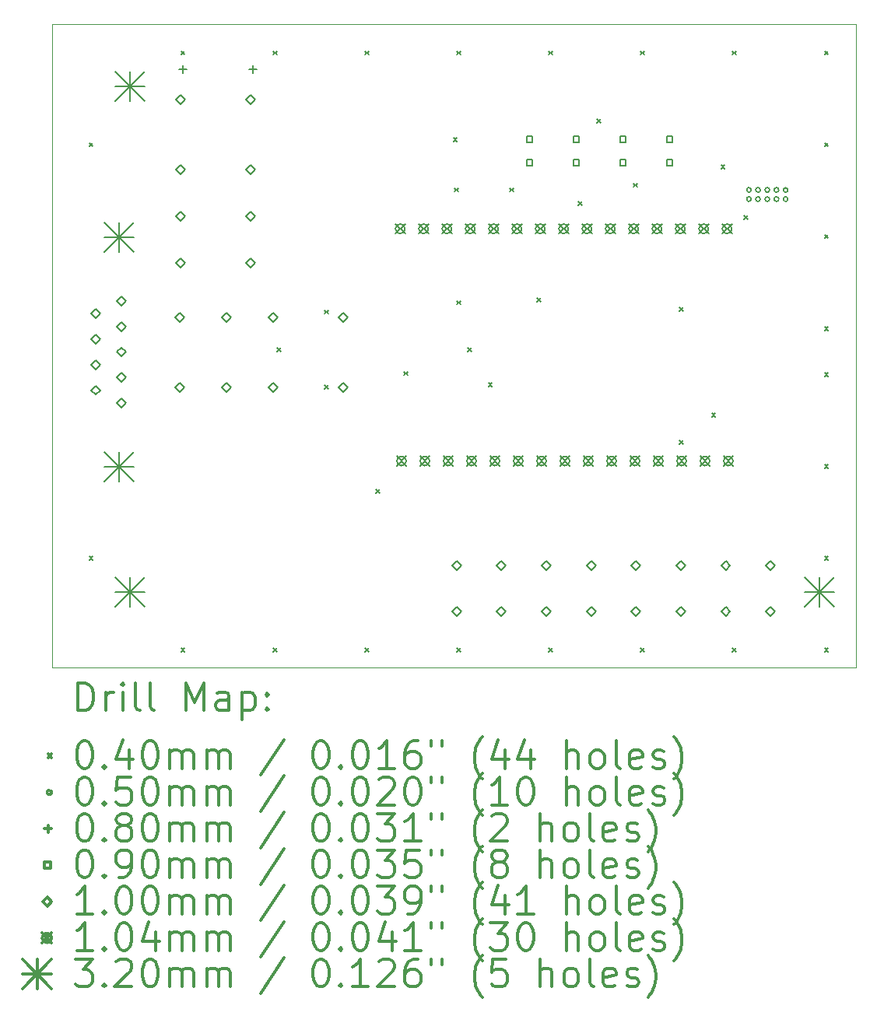
<source format=gbr>
%FSLAX45Y45*%
G04 Gerber Fmt 4.5, Leading zero omitted, Abs format (unit mm)*
G04 Created by KiCad (PCBNEW (5.1.8)-1) date 2020-11-24 12:39:23*
%MOMM*%
%LPD*%
G01*
G04 APERTURE LIST*
%TA.AperFunction,Profile*%
%ADD10C,0.050000*%
%TD*%
%ADD11C,0.200000*%
%ADD12C,0.300000*%
G04 APERTURE END LIST*
D10*
X3904000Y-5835000D02*
X3904000Y-12835000D01*
X12654000Y-5835000D02*
X3904000Y-5835000D01*
X12654000Y-12835000D02*
X12654000Y-5835000D01*
X3904000Y-12835000D02*
X12654000Y-12835000D01*
D11*
X4310000Y-7125000D02*
X4350000Y-7165000D01*
X4350000Y-7125000D02*
X4310000Y-7165000D01*
X4310000Y-11625000D02*
X4350000Y-11665000D01*
X4350000Y-11625000D02*
X4310000Y-11665000D01*
X5310000Y-6125000D02*
X5350000Y-6165000D01*
X5350000Y-6125000D02*
X5310000Y-6165000D01*
X5310000Y-12625000D02*
X5350000Y-12665000D01*
X5350000Y-12625000D02*
X5310000Y-12665000D01*
X6310000Y-6125000D02*
X6350000Y-6165000D01*
X6350000Y-6125000D02*
X6310000Y-6165000D01*
X6310000Y-12625000D02*
X6350000Y-12665000D01*
X6350000Y-12625000D02*
X6310000Y-12665000D01*
X6357000Y-9354000D02*
X6397000Y-9394000D01*
X6397000Y-9354000D02*
X6357000Y-9394000D01*
X6870000Y-8945000D02*
X6910000Y-8985000D01*
X6910000Y-8945000D02*
X6870000Y-8985000D01*
X6872000Y-9765000D02*
X6912000Y-9805000D01*
X6912000Y-9765000D02*
X6872000Y-9805000D01*
X7310000Y-6125000D02*
X7350000Y-6165000D01*
X7350000Y-6125000D02*
X7310000Y-6165000D01*
X7310000Y-12625000D02*
X7350000Y-12665000D01*
X7350000Y-12625000D02*
X7310000Y-12665000D01*
X7430000Y-10897000D02*
X7470000Y-10937000D01*
X7470000Y-10897000D02*
X7430000Y-10937000D01*
X7734000Y-9615000D02*
X7774000Y-9655000D01*
X7774000Y-9615000D02*
X7734000Y-9655000D01*
X8272000Y-7072000D02*
X8312000Y-7112000D01*
X8312000Y-7072000D02*
X8272000Y-7112000D01*
X8284000Y-7615000D02*
X8324000Y-7655000D01*
X8324000Y-7615000D02*
X8284000Y-7655000D01*
X8310000Y-6125000D02*
X8350000Y-6165000D01*
X8350000Y-6125000D02*
X8310000Y-6165000D01*
X8310000Y-12625000D02*
X8350000Y-12665000D01*
X8350000Y-12625000D02*
X8310000Y-12665000D01*
X8311000Y-8843000D02*
X8351000Y-8883000D01*
X8351000Y-8843000D02*
X8311000Y-8883000D01*
X8430000Y-9353000D02*
X8470000Y-9393000D01*
X8470000Y-9353000D02*
X8430000Y-9393000D01*
X8653000Y-9739000D02*
X8693000Y-9779000D01*
X8693000Y-9739000D02*
X8653000Y-9779000D01*
X8884000Y-7615000D02*
X8924000Y-7655000D01*
X8924000Y-7615000D02*
X8884000Y-7655000D01*
X9184000Y-8815000D02*
X9224000Y-8855000D01*
X9224000Y-8815000D02*
X9184000Y-8855000D01*
X9310000Y-6125000D02*
X9350000Y-6165000D01*
X9350000Y-6125000D02*
X9310000Y-6165000D01*
X9310000Y-12625000D02*
X9350000Y-12665000D01*
X9350000Y-12625000D02*
X9310000Y-12665000D01*
X9634000Y-7765000D02*
X9674000Y-7805000D01*
X9674000Y-7765000D02*
X9634000Y-7805000D01*
X9834000Y-6865000D02*
X9874000Y-6905000D01*
X9874000Y-6865000D02*
X9834000Y-6905000D01*
X10234000Y-7565000D02*
X10274000Y-7605000D01*
X10274000Y-7565000D02*
X10234000Y-7605000D01*
X10310000Y-6125000D02*
X10350000Y-6165000D01*
X10350000Y-6125000D02*
X10310000Y-6165000D01*
X10310000Y-12625000D02*
X10350000Y-12665000D01*
X10350000Y-12625000D02*
X10310000Y-12665000D01*
X10734000Y-8915000D02*
X10774000Y-8955000D01*
X10774000Y-8915000D02*
X10734000Y-8955000D01*
X10734000Y-10365000D02*
X10774000Y-10405000D01*
X10774000Y-10365000D02*
X10734000Y-10405000D01*
X11084000Y-10065000D02*
X11124000Y-10105000D01*
X11124000Y-10065000D02*
X11084000Y-10105000D01*
X11184000Y-7365000D02*
X11224000Y-7405000D01*
X11224000Y-7365000D02*
X11184000Y-7405000D01*
X11310000Y-6125000D02*
X11350000Y-6165000D01*
X11350000Y-6125000D02*
X11310000Y-6165000D01*
X11310000Y-12625000D02*
X11350000Y-12665000D01*
X11350000Y-12625000D02*
X11310000Y-12665000D01*
X11434000Y-7915000D02*
X11474000Y-7955000D01*
X11474000Y-7915000D02*
X11434000Y-7955000D01*
X12310000Y-6125000D02*
X12350000Y-6165000D01*
X12350000Y-6125000D02*
X12310000Y-6165000D01*
X12310000Y-7125000D02*
X12350000Y-7165000D01*
X12350000Y-7125000D02*
X12310000Y-7165000D01*
X12310000Y-8125000D02*
X12350000Y-8165000D01*
X12350000Y-8125000D02*
X12310000Y-8165000D01*
X12310000Y-9125000D02*
X12350000Y-9165000D01*
X12350000Y-9125000D02*
X12310000Y-9165000D01*
X12310000Y-9625000D02*
X12350000Y-9665000D01*
X12350000Y-9625000D02*
X12310000Y-9665000D01*
X12310000Y-10625000D02*
X12350000Y-10665000D01*
X12350000Y-10625000D02*
X12310000Y-10665000D01*
X12310000Y-11625000D02*
X12350000Y-11665000D01*
X12350000Y-11625000D02*
X12310000Y-11665000D01*
X12310000Y-12625000D02*
X12350000Y-12665000D01*
X12350000Y-12625000D02*
X12310000Y-12665000D01*
X11512000Y-7637000D02*
G75*
G03*
X11512000Y-7637000I-25000J0D01*
G01*
X11512000Y-7737000D02*
G75*
G03*
X11512000Y-7737000I-25000J0D01*
G01*
X11612000Y-7637000D02*
G75*
G03*
X11612000Y-7637000I-25000J0D01*
G01*
X11612000Y-7737000D02*
G75*
G03*
X11612000Y-7737000I-25000J0D01*
G01*
X11712000Y-7637000D02*
G75*
G03*
X11712000Y-7637000I-25000J0D01*
G01*
X11712000Y-7737000D02*
G75*
G03*
X11712000Y-7737000I-25000J0D01*
G01*
X11812000Y-7637000D02*
G75*
G03*
X11812000Y-7637000I-25000J0D01*
G01*
X11812000Y-7737000D02*
G75*
G03*
X11812000Y-7737000I-25000J0D01*
G01*
X11912000Y-7637000D02*
G75*
G03*
X11912000Y-7637000I-25000J0D01*
G01*
X11912000Y-7737000D02*
G75*
G03*
X11912000Y-7737000I-25000J0D01*
G01*
X5329000Y-6285000D02*
X5329000Y-6365000D01*
X5289000Y-6325000D02*
X5369000Y-6325000D01*
X6091000Y-6285000D02*
X6091000Y-6365000D01*
X6051000Y-6325000D02*
X6131000Y-6325000D01*
X9639820Y-7117820D02*
X9639820Y-7054180D01*
X9576180Y-7054180D01*
X9576180Y-7117820D01*
X9639820Y-7117820D01*
X9639820Y-7371820D02*
X9639820Y-7308180D01*
X9576180Y-7308180D01*
X9576180Y-7371820D01*
X9639820Y-7371820D01*
X9131820Y-7117820D02*
X9131820Y-7054180D01*
X9068180Y-7054180D01*
X9068180Y-7117820D01*
X9131820Y-7117820D01*
X9131820Y-7371820D02*
X9131820Y-7308180D01*
X9068180Y-7308180D01*
X9068180Y-7371820D01*
X9131820Y-7371820D01*
X10655820Y-7117820D02*
X10655820Y-7054180D01*
X10592180Y-7054180D01*
X10592180Y-7117820D01*
X10655820Y-7117820D01*
X10655820Y-7371820D02*
X10655820Y-7308180D01*
X10592180Y-7308180D01*
X10592180Y-7371820D01*
X10655820Y-7371820D01*
X10147820Y-7117820D02*
X10147820Y-7054180D01*
X10084180Y-7054180D01*
X10084180Y-7117820D01*
X10147820Y-7117820D01*
X10147820Y-7371820D02*
X10147820Y-7308180D01*
X10084180Y-7308180D01*
X10084180Y-7371820D01*
X10147820Y-7371820D01*
X4379000Y-9035500D02*
X4429000Y-8985500D01*
X4379000Y-8935500D01*
X4329000Y-8985500D01*
X4379000Y-9035500D01*
X4379000Y-9312500D02*
X4429000Y-9262500D01*
X4379000Y-9212500D01*
X4329000Y-9262500D01*
X4379000Y-9312500D01*
X4379000Y-9589500D02*
X4429000Y-9539500D01*
X4379000Y-9489500D01*
X4329000Y-9539500D01*
X4379000Y-9589500D01*
X4379000Y-9866500D02*
X4429000Y-9816500D01*
X4379000Y-9766500D01*
X4329000Y-9816500D01*
X4379000Y-9866500D01*
X4663000Y-8897000D02*
X4713000Y-8847000D01*
X4663000Y-8797000D01*
X4613000Y-8847000D01*
X4663000Y-8897000D01*
X4663000Y-9174000D02*
X4713000Y-9124000D01*
X4663000Y-9074000D01*
X4613000Y-9124000D01*
X4663000Y-9174000D01*
X4663000Y-9451000D02*
X4713000Y-9401000D01*
X4663000Y-9351000D01*
X4613000Y-9401000D01*
X4663000Y-9451000D01*
X4663000Y-9728000D02*
X4713000Y-9678000D01*
X4663000Y-9628000D01*
X4613000Y-9678000D01*
X4663000Y-9728000D01*
X4663000Y-10005000D02*
X4713000Y-9955000D01*
X4663000Y-9905000D01*
X4613000Y-9955000D01*
X4663000Y-10005000D01*
X5296000Y-9073000D02*
X5346000Y-9023000D01*
X5296000Y-8973000D01*
X5246000Y-9023000D01*
X5296000Y-9073000D01*
X5296000Y-9835000D02*
X5346000Y-9785000D01*
X5296000Y-9735000D01*
X5246000Y-9785000D01*
X5296000Y-9835000D01*
X5804000Y-9073000D02*
X5854000Y-9023000D01*
X5804000Y-8973000D01*
X5754000Y-9023000D01*
X5804000Y-9073000D01*
X5804000Y-9835000D02*
X5854000Y-9785000D01*
X5804000Y-9735000D01*
X5754000Y-9785000D01*
X5804000Y-9835000D01*
X6312000Y-9073000D02*
X6362000Y-9023000D01*
X6312000Y-8973000D01*
X6262000Y-9023000D01*
X6312000Y-9073000D01*
X6312000Y-9835000D02*
X6362000Y-9785000D01*
X6312000Y-9735000D01*
X6262000Y-9785000D01*
X6312000Y-9835000D01*
X7074000Y-9073000D02*
X7124000Y-9023000D01*
X7074000Y-8973000D01*
X7024000Y-9023000D01*
X7074000Y-9073000D01*
X7074000Y-9835000D02*
X7124000Y-9785000D01*
X7074000Y-9735000D01*
X7024000Y-9785000D01*
X7074000Y-9835000D01*
X8307000Y-11772000D02*
X8357000Y-11722000D01*
X8307000Y-11672000D01*
X8257000Y-11722000D01*
X8307000Y-11772000D01*
X8307000Y-12272000D02*
X8357000Y-12222000D01*
X8307000Y-12172000D01*
X8257000Y-12222000D01*
X8307000Y-12272000D01*
X8795000Y-11772000D02*
X8845000Y-11722000D01*
X8795000Y-11672000D01*
X8745000Y-11722000D01*
X8795000Y-11772000D01*
X8795000Y-12272000D02*
X8845000Y-12222000D01*
X8795000Y-12172000D01*
X8745000Y-12222000D01*
X8795000Y-12272000D01*
X9283000Y-11772000D02*
X9333000Y-11722000D01*
X9283000Y-11672000D01*
X9233000Y-11722000D01*
X9283000Y-11772000D01*
X9283000Y-12272000D02*
X9333000Y-12222000D01*
X9283000Y-12172000D01*
X9233000Y-12222000D01*
X9283000Y-12272000D01*
X9771000Y-11772000D02*
X9821000Y-11722000D01*
X9771000Y-11672000D01*
X9721000Y-11722000D01*
X9771000Y-11772000D01*
X9771000Y-12272000D02*
X9821000Y-12222000D01*
X9771000Y-12172000D01*
X9721000Y-12222000D01*
X9771000Y-12272000D01*
X10259000Y-11772000D02*
X10309000Y-11722000D01*
X10259000Y-11672000D01*
X10209000Y-11722000D01*
X10259000Y-11772000D01*
X10259000Y-12272000D02*
X10309000Y-12222000D01*
X10259000Y-12172000D01*
X10209000Y-12222000D01*
X10259000Y-12272000D01*
X10747000Y-11772000D02*
X10797000Y-11722000D01*
X10747000Y-11672000D01*
X10697000Y-11722000D01*
X10747000Y-11772000D01*
X10747000Y-12272000D02*
X10797000Y-12222000D01*
X10747000Y-12172000D01*
X10697000Y-12222000D01*
X10747000Y-12272000D01*
X11235000Y-11772000D02*
X11285000Y-11722000D01*
X11235000Y-11672000D01*
X11185000Y-11722000D01*
X11235000Y-11772000D01*
X11235000Y-12272000D02*
X11285000Y-12222000D01*
X11235000Y-12172000D01*
X11185000Y-12222000D01*
X11235000Y-12272000D01*
X11723000Y-11772000D02*
X11773000Y-11722000D01*
X11723000Y-11672000D01*
X11673000Y-11722000D01*
X11723000Y-11772000D01*
X11723000Y-12272000D02*
X11773000Y-12222000D01*
X11723000Y-12172000D01*
X11673000Y-12222000D01*
X11723000Y-12272000D01*
X5303000Y-6703000D02*
X5353000Y-6653000D01*
X5303000Y-6603000D01*
X5253000Y-6653000D01*
X5303000Y-6703000D01*
X5303000Y-7465000D02*
X5353000Y-7415000D01*
X5303000Y-7365000D01*
X5253000Y-7415000D01*
X5303000Y-7465000D01*
X5303000Y-7973000D02*
X5353000Y-7923000D01*
X5303000Y-7873000D01*
X5253000Y-7923000D01*
X5303000Y-7973000D01*
X5303000Y-8481000D02*
X5353000Y-8431000D01*
X5303000Y-8381000D01*
X5253000Y-8431000D01*
X5303000Y-8481000D01*
X6065000Y-6703000D02*
X6115000Y-6653000D01*
X6065000Y-6603000D01*
X6015000Y-6653000D01*
X6065000Y-6703000D01*
X6065000Y-7465000D02*
X6115000Y-7415000D01*
X6065000Y-7365000D01*
X6015000Y-7415000D01*
X6065000Y-7465000D01*
X6065000Y-7973000D02*
X6115000Y-7923000D01*
X6065000Y-7873000D01*
X6015000Y-7923000D01*
X6065000Y-7973000D01*
X6065000Y-8481000D02*
X6115000Y-8431000D01*
X6065000Y-8381000D01*
X6015000Y-8431000D01*
X6065000Y-8481000D01*
X7642300Y-8007700D02*
X7746300Y-8111700D01*
X7746300Y-8007700D02*
X7642300Y-8111700D01*
X7746300Y-8059700D02*
G75*
G03*
X7746300Y-8059700I-52000J0D01*
G01*
X7655000Y-10535000D02*
X7759000Y-10639000D01*
X7759000Y-10535000D02*
X7655000Y-10639000D01*
X7759000Y-10587000D02*
G75*
G03*
X7759000Y-10587000I-52000J0D01*
G01*
X7896300Y-8007700D02*
X8000300Y-8111700D01*
X8000300Y-8007700D02*
X7896300Y-8111700D01*
X8000300Y-8059700D02*
G75*
G03*
X8000300Y-8059700I-52000J0D01*
G01*
X7909000Y-10535000D02*
X8013000Y-10639000D01*
X8013000Y-10535000D02*
X7909000Y-10639000D01*
X8013000Y-10587000D02*
G75*
G03*
X8013000Y-10587000I-52000J0D01*
G01*
X8150300Y-8007700D02*
X8254300Y-8111700D01*
X8254300Y-8007700D02*
X8150300Y-8111700D01*
X8254300Y-8059700D02*
G75*
G03*
X8254300Y-8059700I-52000J0D01*
G01*
X8163000Y-10535000D02*
X8267000Y-10639000D01*
X8267000Y-10535000D02*
X8163000Y-10639000D01*
X8267000Y-10587000D02*
G75*
G03*
X8267000Y-10587000I-52000J0D01*
G01*
X8404300Y-8007700D02*
X8508300Y-8111700D01*
X8508300Y-8007700D02*
X8404300Y-8111700D01*
X8508300Y-8059700D02*
G75*
G03*
X8508300Y-8059700I-52000J0D01*
G01*
X8417000Y-10535000D02*
X8521000Y-10639000D01*
X8521000Y-10535000D02*
X8417000Y-10639000D01*
X8521000Y-10587000D02*
G75*
G03*
X8521000Y-10587000I-52000J0D01*
G01*
X8658300Y-8007700D02*
X8762300Y-8111700D01*
X8762300Y-8007700D02*
X8658300Y-8111700D01*
X8762300Y-8059700D02*
G75*
G03*
X8762300Y-8059700I-52000J0D01*
G01*
X8671000Y-10535000D02*
X8775000Y-10639000D01*
X8775000Y-10535000D02*
X8671000Y-10639000D01*
X8775000Y-10587000D02*
G75*
G03*
X8775000Y-10587000I-52000J0D01*
G01*
X8912300Y-8007700D02*
X9016300Y-8111700D01*
X9016300Y-8007700D02*
X8912300Y-8111700D01*
X9016300Y-8059700D02*
G75*
G03*
X9016300Y-8059700I-52000J0D01*
G01*
X8925000Y-10535000D02*
X9029000Y-10639000D01*
X9029000Y-10535000D02*
X8925000Y-10639000D01*
X9029000Y-10587000D02*
G75*
G03*
X9029000Y-10587000I-52000J0D01*
G01*
X9166300Y-8007700D02*
X9270300Y-8111700D01*
X9270300Y-8007700D02*
X9166300Y-8111700D01*
X9270300Y-8059700D02*
G75*
G03*
X9270300Y-8059700I-52000J0D01*
G01*
X9179000Y-10535000D02*
X9283000Y-10639000D01*
X9283000Y-10535000D02*
X9179000Y-10639000D01*
X9283000Y-10587000D02*
G75*
G03*
X9283000Y-10587000I-52000J0D01*
G01*
X9420300Y-8007700D02*
X9524300Y-8111700D01*
X9524300Y-8007700D02*
X9420300Y-8111700D01*
X9524300Y-8059700D02*
G75*
G03*
X9524300Y-8059700I-52000J0D01*
G01*
X9433000Y-10535000D02*
X9537000Y-10639000D01*
X9537000Y-10535000D02*
X9433000Y-10639000D01*
X9537000Y-10587000D02*
G75*
G03*
X9537000Y-10587000I-52000J0D01*
G01*
X9674300Y-8007700D02*
X9778300Y-8111700D01*
X9778300Y-8007700D02*
X9674300Y-8111700D01*
X9778300Y-8059700D02*
G75*
G03*
X9778300Y-8059700I-52000J0D01*
G01*
X9687000Y-10535000D02*
X9791000Y-10639000D01*
X9791000Y-10535000D02*
X9687000Y-10639000D01*
X9791000Y-10587000D02*
G75*
G03*
X9791000Y-10587000I-52000J0D01*
G01*
X9928300Y-8007700D02*
X10032300Y-8111700D01*
X10032300Y-8007700D02*
X9928300Y-8111700D01*
X10032300Y-8059700D02*
G75*
G03*
X10032300Y-8059700I-52000J0D01*
G01*
X9941000Y-10535000D02*
X10045000Y-10639000D01*
X10045000Y-10535000D02*
X9941000Y-10639000D01*
X10045000Y-10587000D02*
G75*
G03*
X10045000Y-10587000I-52000J0D01*
G01*
X10182300Y-8007700D02*
X10286300Y-8111700D01*
X10286300Y-8007700D02*
X10182300Y-8111700D01*
X10286300Y-8059700D02*
G75*
G03*
X10286300Y-8059700I-52000J0D01*
G01*
X10195000Y-10535000D02*
X10299000Y-10639000D01*
X10299000Y-10535000D02*
X10195000Y-10639000D01*
X10299000Y-10587000D02*
G75*
G03*
X10299000Y-10587000I-52000J0D01*
G01*
X10436300Y-8007700D02*
X10540300Y-8111700D01*
X10540300Y-8007700D02*
X10436300Y-8111700D01*
X10540300Y-8059700D02*
G75*
G03*
X10540300Y-8059700I-52000J0D01*
G01*
X10449000Y-10535000D02*
X10553000Y-10639000D01*
X10553000Y-10535000D02*
X10449000Y-10639000D01*
X10553000Y-10587000D02*
G75*
G03*
X10553000Y-10587000I-52000J0D01*
G01*
X10690300Y-8007700D02*
X10794300Y-8111700D01*
X10794300Y-8007700D02*
X10690300Y-8111700D01*
X10794300Y-8059700D02*
G75*
G03*
X10794300Y-8059700I-52000J0D01*
G01*
X10703000Y-10535000D02*
X10807000Y-10639000D01*
X10807000Y-10535000D02*
X10703000Y-10639000D01*
X10807000Y-10587000D02*
G75*
G03*
X10807000Y-10587000I-52000J0D01*
G01*
X10944300Y-8007700D02*
X11048300Y-8111700D01*
X11048300Y-8007700D02*
X10944300Y-8111700D01*
X11048300Y-8059700D02*
G75*
G03*
X11048300Y-8059700I-52000J0D01*
G01*
X10957000Y-10535000D02*
X11061000Y-10639000D01*
X11061000Y-10535000D02*
X10957000Y-10639000D01*
X11061000Y-10587000D02*
G75*
G03*
X11061000Y-10587000I-52000J0D01*
G01*
X11198300Y-8007700D02*
X11302300Y-8111700D01*
X11302300Y-8007700D02*
X11198300Y-8111700D01*
X11302300Y-8059700D02*
G75*
G03*
X11302300Y-8059700I-52000J0D01*
G01*
X11211000Y-10535000D02*
X11315000Y-10639000D01*
X11315000Y-10535000D02*
X11211000Y-10639000D01*
X11315000Y-10587000D02*
G75*
G03*
X11315000Y-10587000I-52000J0D01*
G01*
X12094000Y-11852500D02*
X12414000Y-12172500D01*
X12414000Y-11852500D02*
X12094000Y-12172500D01*
X12254000Y-11852500D02*
X12254000Y-12172500D01*
X12094000Y-12012500D02*
X12414000Y-12012500D01*
X4594000Y-11852500D02*
X4914000Y-12172500D01*
X4914000Y-11852500D02*
X4594000Y-12172500D01*
X4754000Y-11852500D02*
X4754000Y-12172500D01*
X4594000Y-12012500D02*
X4914000Y-12012500D01*
X4594000Y-6352500D02*
X4914000Y-6672500D01*
X4914000Y-6352500D02*
X4594000Y-6672500D01*
X4754000Y-6352500D02*
X4754000Y-6672500D01*
X4594000Y-6512500D02*
X4914000Y-6512500D01*
X4473000Y-7991000D02*
X4793000Y-8311000D01*
X4793000Y-7991000D02*
X4473000Y-8311000D01*
X4633000Y-7991000D02*
X4633000Y-8311000D01*
X4473000Y-8151000D02*
X4793000Y-8151000D01*
X4473000Y-10491000D02*
X4793000Y-10811000D01*
X4793000Y-10491000D02*
X4473000Y-10811000D01*
X4633000Y-10491000D02*
X4633000Y-10811000D01*
X4473000Y-10651000D02*
X4793000Y-10651000D01*
D12*
X4187928Y-13303214D02*
X4187928Y-13003214D01*
X4259357Y-13003214D01*
X4302214Y-13017500D01*
X4330786Y-13046071D01*
X4345071Y-13074643D01*
X4359357Y-13131786D01*
X4359357Y-13174643D01*
X4345071Y-13231786D01*
X4330786Y-13260357D01*
X4302214Y-13288929D01*
X4259357Y-13303214D01*
X4187928Y-13303214D01*
X4487928Y-13303214D02*
X4487928Y-13103214D01*
X4487928Y-13160357D02*
X4502214Y-13131786D01*
X4516500Y-13117500D01*
X4545071Y-13103214D01*
X4573643Y-13103214D01*
X4673643Y-13303214D02*
X4673643Y-13103214D01*
X4673643Y-13003214D02*
X4659357Y-13017500D01*
X4673643Y-13031786D01*
X4687928Y-13017500D01*
X4673643Y-13003214D01*
X4673643Y-13031786D01*
X4859357Y-13303214D02*
X4830786Y-13288929D01*
X4816500Y-13260357D01*
X4816500Y-13003214D01*
X5016500Y-13303214D02*
X4987928Y-13288929D01*
X4973643Y-13260357D01*
X4973643Y-13003214D01*
X5359357Y-13303214D02*
X5359357Y-13003214D01*
X5459357Y-13217500D01*
X5559357Y-13003214D01*
X5559357Y-13303214D01*
X5830786Y-13303214D02*
X5830786Y-13146071D01*
X5816500Y-13117500D01*
X5787928Y-13103214D01*
X5730786Y-13103214D01*
X5702214Y-13117500D01*
X5830786Y-13288929D02*
X5802214Y-13303214D01*
X5730786Y-13303214D01*
X5702214Y-13288929D01*
X5687928Y-13260357D01*
X5687928Y-13231786D01*
X5702214Y-13203214D01*
X5730786Y-13188929D01*
X5802214Y-13188929D01*
X5830786Y-13174643D01*
X5973643Y-13103214D02*
X5973643Y-13403214D01*
X5973643Y-13117500D02*
X6002214Y-13103214D01*
X6059357Y-13103214D01*
X6087928Y-13117500D01*
X6102214Y-13131786D01*
X6116500Y-13160357D01*
X6116500Y-13246071D01*
X6102214Y-13274643D01*
X6087928Y-13288929D01*
X6059357Y-13303214D01*
X6002214Y-13303214D01*
X5973643Y-13288929D01*
X6245071Y-13274643D02*
X6259357Y-13288929D01*
X6245071Y-13303214D01*
X6230786Y-13288929D01*
X6245071Y-13274643D01*
X6245071Y-13303214D01*
X6245071Y-13117500D02*
X6259357Y-13131786D01*
X6245071Y-13146071D01*
X6230786Y-13131786D01*
X6245071Y-13117500D01*
X6245071Y-13146071D01*
X3861500Y-13777500D02*
X3901500Y-13817500D01*
X3901500Y-13777500D02*
X3861500Y-13817500D01*
X4245071Y-13633214D02*
X4273643Y-13633214D01*
X4302214Y-13647500D01*
X4316500Y-13661786D01*
X4330786Y-13690357D01*
X4345071Y-13747500D01*
X4345071Y-13818929D01*
X4330786Y-13876071D01*
X4316500Y-13904643D01*
X4302214Y-13918929D01*
X4273643Y-13933214D01*
X4245071Y-13933214D01*
X4216500Y-13918929D01*
X4202214Y-13904643D01*
X4187928Y-13876071D01*
X4173643Y-13818929D01*
X4173643Y-13747500D01*
X4187928Y-13690357D01*
X4202214Y-13661786D01*
X4216500Y-13647500D01*
X4245071Y-13633214D01*
X4473643Y-13904643D02*
X4487928Y-13918929D01*
X4473643Y-13933214D01*
X4459357Y-13918929D01*
X4473643Y-13904643D01*
X4473643Y-13933214D01*
X4745071Y-13733214D02*
X4745071Y-13933214D01*
X4673643Y-13618929D02*
X4602214Y-13833214D01*
X4787928Y-13833214D01*
X4959357Y-13633214D02*
X4987928Y-13633214D01*
X5016500Y-13647500D01*
X5030786Y-13661786D01*
X5045071Y-13690357D01*
X5059357Y-13747500D01*
X5059357Y-13818929D01*
X5045071Y-13876071D01*
X5030786Y-13904643D01*
X5016500Y-13918929D01*
X4987928Y-13933214D01*
X4959357Y-13933214D01*
X4930786Y-13918929D01*
X4916500Y-13904643D01*
X4902214Y-13876071D01*
X4887928Y-13818929D01*
X4887928Y-13747500D01*
X4902214Y-13690357D01*
X4916500Y-13661786D01*
X4930786Y-13647500D01*
X4959357Y-13633214D01*
X5187928Y-13933214D02*
X5187928Y-13733214D01*
X5187928Y-13761786D02*
X5202214Y-13747500D01*
X5230786Y-13733214D01*
X5273643Y-13733214D01*
X5302214Y-13747500D01*
X5316500Y-13776071D01*
X5316500Y-13933214D01*
X5316500Y-13776071D02*
X5330786Y-13747500D01*
X5359357Y-13733214D01*
X5402214Y-13733214D01*
X5430786Y-13747500D01*
X5445071Y-13776071D01*
X5445071Y-13933214D01*
X5587928Y-13933214D02*
X5587928Y-13733214D01*
X5587928Y-13761786D02*
X5602214Y-13747500D01*
X5630786Y-13733214D01*
X5673643Y-13733214D01*
X5702214Y-13747500D01*
X5716500Y-13776071D01*
X5716500Y-13933214D01*
X5716500Y-13776071D02*
X5730786Y-13747500D01*
X5759357Y-13733214D01*
X5802214Y-13733214D01*
X5830786Y-13747500D01*
X5845071Y-13776071D01*
X5845071Y-13933214D01*
X6430786Y-13618929D02*
X6173643Y-14004643D01*
X6816500Y-13633214D02*
X6845071Y-13633214D01*
X6873643Y-13647500D01*
X6887928Y-13661786D01*
X6902214Y-13690357D01*
X6916500Y-13747500D01*
X6916500Y-13818929D01*
X6902214Y-13876071D01*
X6887928Y-13904643D01*
X6873643Y-13918929D01*
X6845071Y-13933214D01*
X6816500Y-13933214D01*
X6787928Y-13918929D01*
X6773643Y-13904643D01*
X6759357Y-13876071D01*
X6745071Y-13818929D01*
X6745071Y-13747500D01*
X6759357Y-13690357D01*
X6773643Y-13661786D01*
X6787928Y-13647500D01*
X6816500Y-13633214D01*
X7045071Y-13904643D02*
X7059357Y-13918929D01*
X7045071Y-13933214D01*
X7030786Y-13918929D01*
X7045071Y-13904643D01*
X7045071Y-13933214D01*
X7245071Y-13633214D02*
X7273643Y-13633214D01*
X7302214Y-13647500D01*
X7316500Y-13661786D01*
X7330786Y-13690357D01*
X7345071Y-13747500D01*
X7345071Y-13818929D01*
X7330786Y-13876071D01*
X7316500Y-13904643D01*
X7302214Y-13918929D01*
X7273643Y-13933214D01*
X7245071Y-13933214D01*
X7216500Y-13918929D01*
X7202214Y-13904643D01*
X7187928Y-13876071D01*
X7173643Y-13818929D01*
X7173643Y-13747500D01*
X7187928Y-13690357D01*
X7202214Y-13661786D01*
X7216500Y-13647500D01*
X7245071Y-13633214D01*
X7630786Y-13933214D02*
X7459357Y-13933214D01*
X7545071Y-13933214D02*
X7545071Y-13633214D01*
X7516500Y-13676071D01*
X7487928Y-13704643D01*
X7459357Y-13718929D01*
X7887928Y-13633214D02*
X7830786Y-13633214D01*
X7802214Y-13647500D01*
X7787928Y-13661786D01*
X7759357Y-13704643D01*
X7745071Y-13761786D01*
X7745071Y-13876071D01*
X7759357Y-13904643D01*
X7773643Y-13918929D01*
X7802214Y-13933214D01*
X7859357Y-13933214D01*
X7887928Y-13918929D01*
X7902214Y-13904643D01*
X7916500Y-13876071D01*
X7916500Y-13804643D01*
X7902214Y-13776071D01*
X7887928Y-13761786D01*
X7859357Y-13747500D01*
X7802214Y-13747500D01*
X7773643Y-13761786D01*
X7759357Y-13776071D01*
X7745071Y-13804643D01*
X8030786Y-13633214D02*
X8030786Y-13690357D01*
X8145071Y-13633214D02*
X8145071Y-13690357D01*
X8587928Y-14047500D02*
X8573643Y-14033214D01*
X8545071Y-13990357D01*
X8530786Y-13961786D01*
X8516500Y-13918929D01*
X8502214Y-13847500D01*
X8502214Y-13790357D01*
X8516500Y-13718929D01*
X8530786Y-13676071D01*
X8545071Y-13647500D01*
X8573643Y-13604643D01*
X8587928Y-13590357D01*
X8830786Y-13733214D02*
X8830786Y-13933214D01*
X8759357Y-13618929D02*
X8687928Y-13833214D01*
X8873643Y-13833214D01*
X9116500Y-13733214D02*
X9116500Y-13933214D01*
X9045071Y-13618929D02*
X8973643Y-13833214D01*
X9159357Y-13833214D01*
X9502214Y-13933214D02*
X9502214Y-13633214D01*
X9630786Y-13933214D02*
X9630786Y-13776071D01*
X9616500Y-13747500D01*
X9587928Y-13733214D01*
X9545071Y-13733214D01*
X9516500Y-13747500D01*
X9502214Y-13761786D01*
X9816500Y-13933214D02*
X9787928Y-13918929D01*
X9773643Y-13904643D01*
X9759357Y-13876071D01*
X9759357Y-13790357D01*
X9773643Y-13761786D01*
X9787928Y-13747500D01*
X9816500Y-13733214D01*
X9859357Y-13733214D01*
X9887928Y-13747500D01*
X9902214Y-13761786D01*
X9916500Y-13790357D01*
X9916500Y-13876071D01*
X9902214Y-13904643D01*
X9887928Y-13918929D01*
X9859357Y-13933214D01*
X9816500Y-13933214D01*
X10087928Y-13933214D02*
X10059357Y-13918929D01*
X10045071Y-13890357D01*
X10045071Y-13633214D01*
X10316500Y-13918929D02*
X10287928Y-13933214D01*
X10230786Y-13933214D01*
X10202214Y-13918929D01*
X10187928Y-13890357D01*
X10187928Y-13776071D01*
X10202214Y-13747500D01*
X10230786Y-13733214D01*
X10287928Y-13733214D01*
X10316500Y-13747500D01*
X10330786Y-13776071D01*
X10330786Y-13804643D01*
X10187928Y-13833214D01*
X10445071Y-13918929D02*
X10473643Y-13933214D01*
X10530786Y-13933214D01*
X10559357Y-13918929D01*
X10573643Y-13890357D01*
X10573643Y-13876071D01*
X10559357Y-13847500D01*
X10530786Y-13833214D01*
X10487928Y-13833214D01*
X10459357Y-13818929D01*
X10445071Y-13790357D01*
X10445071Y-13776071D01*
X10459357Y-13747500D01*
X10487928Y-13733214D01*
X10530786Y-13733214D01*
X10559357Y-13747500D01*
X10673643Y-14047500D02*
X10687928Y-14033214D01*
X10716500Y-13990357D01*
X10730786Y-13961786D01*
X10745071Y-13918929D01*
X10759357Y-13847500D01*
X10759357Y-13790357D01*
X10745071Y-13718929D01*
X10730786Y-13676071D01*
X10716500Y-13647500D01*
X10687928Y-13604643D01*
X10673643Y-13590357D01*
X3901500Y-14193500D02*
G75*
G03*
X3901500Y-14193500I-25000J0D01*
G01*
X4245071Y-14029214D02*
X4273643Y-14029214D01*
X4302214Y-14043500D01*
X4316500Y-14057786D01*
X4330786Y-14086357D01*
X4345071Y-14143500D01*
X4345071Y-14214929D01*
X4330786Y-14272071D01*
X4316500Y-14300643D01*
X4302214Y-14314929D01*
X4273643Y-14329214D01*
X4245071Y-14329214D01*
X4216500Y-14314929D01*
X4202214Y-14300643D01*
X4187928Y-14272071D01*
X4173643Y-14214929D01*
X4173643Y-14143500D01*
X4187928Y-14086357D01*
X4202214Y-14057786D01*
X4216500Y-14043500D01*
X4245071Y-14029214D01*
X4473643Y-14300643D02*
X4487928Y-14314929D01*
X4473643Y-14329214D01*
X4459357Y-14314929D01*
X4473643Y-14300643D01*
X4473643Y-14329214D01*
X4759357Y-14029214D02*
X4616500Y-14029214D01*
X4602214Y-14172071D01*
X4616500Y-14157786D01*
X4645071Y-14143500D01*
X4716500Y-14143500D01*
X4745071Y-14157786D01*
X4759357Y-14172071D01*
X4773643Y-14200643D01*
X4773643Y-14272071D01*
X4759357Y-14300643D01*
X4745071Y-14314929D01*
X4716500Y-14329214D01*
X4645071Y-14329214D01*
X4616500Y-14314929D01*
X4602214Y-14300643D01*
X4959357Y-14029214D02*
X4987928Y-14029214D01*
X5016500Y-14043500D01*
X5030786Y-14057786D01*
X5045071Y-14086357D01*
X5059357Y-14143500D01*
X5059357Y-14214929D01*
X5045071Y-14272071D01*
X5030786Y-14300643D01*
X5016500Y-14314929D01*
X4987928Y-14329214D01*
X4959357Y-14329214D01*
X4930786Y-14314929D01*
X4916500Y-14300643D01*
X4902214Y-14272071D01*
X4887928Y-14214929D01*
X4887928Y-14143500D01*
X4902214Y-14086357D01*
X4916500Y-14057786D01*
X4930786Y-14043500D01*
X4959357Y-14029214D01*
X5187928Y-14329214D02*
X5187928Y-14129214D01*
X5187928Y-14157786D02*
X5202214Y-14143500D01*
X5230786Y-14129214D01*
X5273643Y-14129214D01*
X5302214Y-14143500D01*
X5316500Y-14172071D01*
X5316500Y-14329214D01*
X5316500Y-14172071D02*
X5330786Y-14143500D01*
X5359357Y-14129214D01*
X5402214Y-14129214D01*
X5430786Y-14143500D01*
X5445071Y-14172071D01*
X5445071Y-14329214D01*
X5587928Y-14329214D02*
X5587928Y-14129214D01*
X5587928Y-14157786D02*
X5602214Y-14143500D01*
X5630786Y-14129214D01*
X5673643Y-14129214D01*
X5702214Y-14143500D01*
X5716500Y-14172071D01*
X5716500Y-14329214D01*
X5716500Y-14172071D02*
X5730786Y-14143500D01*
X5759357Y-14129214D01*
X5802214Y-14129214D01*
X5830786Y-14143500D01*
X5845071Y-14172071D01*
X5845071Y-14329214D01*
X6430786Y-14014929D02*
X6173643Y-14400643D01*
X6816500Y-14029214D02*
X6845071Y-14029214D01*
X6873643Y-14043500D01*
X6887928Y-14057786D01*
X6902214Y-14086357D01*
X6916500Y-14143500D01*
X6916500Y-14214929D01*
X6902214Y-14272071D01*
X6887928Y-14300643D01*
X6873643Y-14314929D01*
X6845071Y-14329214D01*
X6816500Y-14329214D01*
X6787928Y-14314929D01*
X6773643Y-14300643D01*
X6759357Y-14272071D01*
X6745071Y-14214929D01*
X6745071Y-14143500D01*
X6759357Y-14086357D01*
X6773643Y-14057786D01*
X6787928Y-14043500D01*
X6816500Y-14029214D01*
X7045071Y-14300643D02*
X7059357Y-14314929D01*
X7045071Y-14329214D01*
X7030786Y-14314929D01*
X7045071Y-14300643D01*
X7045071Y-14329214D01*
X7245071Y-14029214D02*
X7273643Y-14029214D01*
X7302214Y-14043500D01*
X7316500Y-14057786D01*
X7330786Y-14086357D01*
X7345071Y-14143500D01*
X7345071Y-14214929D01*
X7330786Y-14272071D01*
X7316500Y-14300643D01*
X7302214Y-14314929D01*
X7273643Y-14329214D01*
X7245071Y-14329214D01*
X7216500Y-14314929D01*
X7202214Y-14300643D01*
X7187928Y-14272071D01*
X7173643Y-14214929D01*
X7173643Y-14143500D01*
X7187928Y-14086357D01*
X7202214Y-14057786D01*
X7216500Y-14043500D01*
X7245071Y-14029214D01*
X7459357Y-14057786D02*
X7473643Y-14043500D01*
X7502214Y-14029214D01*
X7573643Y-14029214D01*
X7602214Y-14043500D01*
X7616500Y-14057786D01*
X7630786Y-14086357D01*
X7630786Y-14114929D01*
X7616500Y-14157786D01*
X7445071Y-14329214D01*
X7630786Y-14329214D01*
X7816500Y-14029214D02*
X7845071Y-14029214D01*
X7873643Y-14043500D01*
X7887928Y-14057786D01*
X7902214Y-14086357D01*
X7916500Y-14143500D01*
X7916500Y-14214929D01*
X7902214Y-14272071D01*
X7887928Y-14300643D01*
X7873643Y-14314929D01*
X7845071Y-14329214D01*
X7816500Y-14329214D01*
X7787928Y-14314929D01*
X7773643Y-14300643D01*
X7759357Y-14272071D01*
X7745071Y-14214929D01*
X7745071Y-14143500D01*
X7759357Y-14086357D01*
X7773643Y-14057786D01*
X7787928Y-14043500D01*
X7816500Y-14029214D01*
X8030786Y-14029214D02*
X8030786Y-14086357D01*
X8145071Y-14029214D02*
X8145071Y-14086357D01*
X8587928Y-14443500D02*
X8573643Y-14429214D01*
X8545071Y-14386357D01*
X8530786Y-14357786D01*
X8516500Y-14314929D01*
X8502214Y-14243500D01*
X8502214Y-14186357D01*
X8516500Y-14114929D01*
X8530786Y-14072071D01*
X8545071Y-14043500D01*
X8573643Y-14000643D01*
X8587928Y-13986357D01*
X8859357Y-14329214D02*
X8687928Y-14329214D01*
X8773643Y-14329214D02*
X8773643Y-14029214D01*
X8745071Y-14072071D01*
X8716500Y-14100643D01*
X8687928Y-14114929D01*
X9045071Y-14029214D02*
X9073643Y-14029214D01*
X9102214Y-14043500D01*
X9116500Y-14057786D01*
X9130786Y-14086357D01*
X9145071Y-14143500D01*
X9145071Y-14214929D01*
X9130786Y-14272071D01*
X9116500Y-14300643D01*
X9102214Y-14314929D01*
X9073643Y-14329214D01*
X9045071Y-14329214D01*
X9016500Y-14314929D01*
X9002214Y-14300643D01*
X8987928Y-14272071D01*
X8973643Y-14214929D01*
X8973643Y-14143500D01*
X8987928Y-14086357D01*
X9002214Y-14057786D01*
X9016500Y-14043500D01*
X9045071Y-14029214D01*
X9502214Y-14329214D02*
X9502214Y-14029214D01*
X9630786Y-14329214D02*
X9630786Y-14172071D01*
X9616500Y-14143500D01*
X9587928Y-14129214D01*
X9545071Y-14129214D01*
X9516500Y-14143500D01*
X9502214Y-14157786D01*
X9816500Y-14329214D02*
X9787928Y-14314929D01*
X9773643Y-14300643D01*
X9759357Y-14272071D01*
X9759357Y-14186357D01*
X9773643Y-14157786D01*
X9787928Y-14143500D01*
X9816500Y-14129214D01*
X9859357Y-14129214D01*
X9887928Y-14143500D01*
X9902214Y-14157786D01*
X9916500Y-14186357D01*
X9916500Y-14272071D01*
X9902214Y-14300643D01*
X9887928Y-14314929D01*
X9859357Y-14329214D01*
X9816500Y-14329214D01*
X10087928Y-14329214D02*
X10059357Y-14314929D01*
X10045071Y-14286357D01*
X10045071Y-14029214D01*
X10316500Y-14314929D02*
X10287928Y-14329214D01*
X10230786Y-14329214D01*
X10202214Y-14314929D01*
X10187928Y-14286357D01*
X10187928Y-14172071D01*
X10202214Y-14143500D01*
X10230786Y-14129214D01*
X10287928Y-14129214D01*
X10316500Y-14143500D01*
X10330786Y-14172071D01*
X10330786Y-14200643D01*
X10187928Y-14229214D01*
X10445071Y-14314929D02*
X10473643Y-14329214D01*
X10530786Y-14329214D01*
X10559357Y-14314929D01*
X10573643Y-14286357D01*
X10573643Y-14272071D01*
X10559357Y-14243500D01*
X10530786Y-14229214D01*
X10487928Y-14229214D01*
X10459357Y-14214929D01*
X10445071Y-14186357D01*
X10445071Y-14172071D01*
X10459357Y-14143500D01*
X10487928Y-14129214D01*
X10530786Y-14129214D01*
X10559357Y-14143500D01*
X10673643Y-14443500D02*
X10687928Y-14429214D01*
X10716500Y-14386357D01*
X10730786Y-14357786D01*
X10745071Y-14314929D01*
X10759357Y-14243500D01*
X10759357Y-14186357D01*
X10745071Y-14114929D01*
X10730786Y-14072071D01*
X10716500Y-14043500D01*
X10687928Y-14000643D01*
X10673643Y-13986357D01*
X3861500Y-14549500D02*
X3861500Y-14629500D01*
X3821500Y-14589500D02*
X3901500Y-14589500D01*
X4245071Y-14425214D02*
X4273643Y-14425214D01*
X4302214Y-14439500D01*
X4316500Y-14453786D01*
X4330786Y-14482357D01*
X4345071Y-14539500D01*
X4345071Y-14610929D01*
X4330786Y-14668071D01*
X4316500Y-14696643D01*
X4302214Y-14710929D01*
X4273643Y-14725214D01*
X4245071Y-14725214D01*
X4216500Y-14710929D01*
X4202214Y-14696643D01*
X4187928Y-14668071D01*
X4173643Y-14610929D01*
X4173643Y-14539500D01*
X4187928Y-14482357D01*
X4202214Y-14453786D01*
X4216500Y-14439500D01*
X4245071Y-14425214D01*
X4473643Y-14696643D02*
X4487928Y-14710929D01*
X4473643Y-14725214D01*
X4459357Y-14710929D01*
X4473643Y-14696643D01*
X4473643Y-14725214D01*
X4659357Y-14553786D02*
X4630786Y-14539500D01*
X4616500Y-14525214D01*
X4602214Y-14496643D01*
X4602214Y-14482357D01*
X4616500Y-14453786D01*
X4630786Y-14439500D01*
X4659357Y-14425214D01*
X4716500Y-14425214D01*
X4745071Y-14439500D01*
X4759357Y-14453786D01*
X4773643Y-14482357D01*
X4773643Y-14496643D01*
X4759357Y-14525214D01*
X4745071Y-14539500D01*
X4716500Y-14553786D01*
X4659357Y-14553786D01*
X4630786Y-14568071D01*
X4616500Y-14582357D01*
X4602214Y-14610929D01*
X4602214Y-14668071D01*
X4616500Y-14696643D01*
X4630786Y-14710929D01*
X4659357Y-14725214D01*
X4716500Y-14725214D01*
X4745071Y-14710929D01*
X4759357Y-14696643D01*
X4773643Y-14668071D01*
X4773643Y-14610929D01*
X4759357Y-14582357D01*
X4745071Y-14568071D01*
X4716500Y-14553786D01*
X4959357Y-14425214D02*
X4987928Y-14425214D01*
X5016500Y-14439500D01*
X5030786Y-14453786D01*
X5045071Y-14482357D01*
X5059357Y-14539500D01*
X5059357Y-14610929D01*
X5045071Y-14668071D01*
X5030786Y-14696643D01*
X5016500Y-14710929D01*
X4987928Y-14725214D01*
X4959357Y-14725214D01*
X4930786Y-14710929D01*
X4916500Y-14696643D01*
X4902214Y-14668071D01*
X4887928Y-14610929D01*
X4887928Y-14539500D01*
X4902214Y-14482357D01*
X4916500Y-14453786D01*
X4930786Y-14439500D01*
X4959357Y-14425214D01*
X5187928Y-14725214D02*
X5187928Y-14525214D01*
X5187928Y-14553786D02*
X5202214Y-14539500D01*
X5230786Y-14525214D01*
X5273643Y-14525214D01*
X5302214Y-14539500D01*
X5316500Y-14568071D01*
X5316500Y-14725214D01*
X5316500Y-14568071D02*
X5330786Y-14539500D01*
X5359357Y-14525214D01*
X5402214Y-14525214D01*
X5430786Y-14539500D01*
X5445071Y-14568071D01*
X5445071Y-14725214D01*
X5587928Y-14725214D02*
X5587928Y-14525214D01*
X5587928Y-14553786D02*
X5602214Y-14539500D01*
X5630786Y-14525214D01*
X5673643Y-14525214D01*
X5702214Y-14539500D01*
X5716500Y-14568071D01*
X5716500Y-14725214D01*
X5716500Y-14568071D02*
X5730786Y-14539500D01*
X5759357Y-14525214D01*
X5802214Y-14525214D01*
X5830786Y-14539500D01*
X5845071Y-14568071D01*
X5845071Y-14725214D01*
X6430786Y-14410929D02*
X6173643Y-14796643D01*
X6816500Y-14425214D02*
X6845071Y-14425214D01*
X6873643Y-14439500D01*
X6887928Y-14453786D01*
X6902214Y-14482357D01*
X6916500Y-14539500D01*
X6916500Y-14610929D01*
X6902214Y-14668071D01*
X6887928Y-14696643D01*
X6873643Y-14710929D01*
X6845071Y-14725214D01*
X6816500Y-14725214D01*
X6787928Y-14710929D01*
X6773643Y-14696643D01*
X6759357Y-14668071D01*
X6745071Y-14610929D01*
X6745071Y-14539500D01*
X6759357Y-14482357D01*
X6773643Y-14453786D01*
X6787928Y-14439500D01*
X6816500Y-14425214D01*
X7045071Y-14696643D02*
X7059357Y-14710929D01*
X7045071Y-14725214D01*
X7030786Y-14710929D01*
X7045071Y-14696643D01*
X7045071Y-14725214D01*
X7245071Y-14425214D02*
X7273643Y-14425214D01*
X7302214Y-14439500D01*
X7316500Y-14453786D01*
X7330786Y-14482357D01*
X7345071Y-14539500D01*
X7345071Y-14610929D01*
X7330786Y-14668071D01*
X7316500Y-14696643D01*
X7302214Y-14710929D01*
X7273643Y-14725214D01*
X7245071Y-14725214D01*
X7216500Y-14710929D01*
X7202214Y-14696643D01*
X7187928Y-14668071D01*
X7173643Y-14610929D01*
X7173643Y-14539500D01*
X7187928Y-14482357D01*
X7202214Y-14453786D01*
X7216500Y-14439500D01*
X7245071Y-14425214D01*
X7445071Y-14425214D02*
X7630786Y-14425214D01*
X7530786Y-14539500D01*
X7573643Y-14539500D01*
X7602214Y-14553786D01*
X7616500Y-14568071D01*
X7630786Y-14596643D01*
X7630786Y-14668071D01*
X7616500Y-14696643D01*
X7602214Y-14710929D01*
X7573643Y-14725214D01*
X7487928Y-14725214D01*
X7459357Y-14710929D01*
X7445071Y-14696643D01*
X7916500Y-14725214D02*
X7745071Y-14725214D01*
X7830786Y-14725214D02*
X7830786Y-14425214D01*
X7802214Y-14468071D01*
X7773643Y-14496643D01*
X7745071Y-14510929D01*
X8030786Y-14425214D02*
X8030786Y-14482357D01*
X8145071Y-14425214D02*
X8145071Y-14482357D01*
X8587928Y-14839500D02*
X8573643Y-14825214D01*
X8545071Y-14782357D01*
X8530786Y-14753786D01*
X8516500Y-14710929D01*
X8502214Y-14639500D01*
X8502214Y-14582357D01*
X8516500Y-14510929D01*
X8530786Y-14468071D01*
X8545071Y-14439500D01*
X8573643Y-14396643D01*
X8587928Y-14382357D01*
X8687928Y-14453786D02*
X8702214Y-14439500D01*
X8730786Y-14425214D01*
X8802214Y-14425214D01*
X8830786Y-14439500D01*
X8845071Y-14453786D01*
X8859357Y-14482357D01*
X8859357Y-14510929D01*
X8845071Y-14553786D01*
X8673643Y-14725214D01*
X8859357Y-14725214D01*
X9216500Y-14725214D02*
X9216500Y-14425214D01*
X9345071Y-14725214D02*
X9345071Y-14568071D01*
X9330786Y-14539500D01*
X9302214Y-14525214D01*
X9259357Y-14525214D01*
X9230786Y-14539500D01*
X9216500Y-14553786D01*
X9530786Y-14725214D02*
X9502214Y-14710929D01*
X9487928Y-14696643D01*
X9473643Y-14668071D01*
X9473643Y-14582357D01*
X9487928Y-14553786D01*
X9502214Y-14539500D01*
X9530786Y-14525214D01*
X9573643Y-14525214D01*
X9602214Y-14539500D01*
X9616500Y-14553786D01*
X9630786Y-14582357D01*
X9630786Y-14668071D01*
X9616500Y-14696643D01*
X9602214Y-14710929D01*
X9573643Y-14725214D01*
X9530786Y-14725214D01*
X9802214Y-14725214D02*
X9773643Y-14710929D01*
X9759357Y-14682357D01*
X9759357Y-14425214D01*
X10030786Y-14710929D02*
X10002214Y-14725214D01*
X9945071Y-14725214D01*
X9916500Y-14710929D01*
X9902214Y-14682357D01*
X9902214Y-14568071D01*
X9916500Y-14539500D01*
X9945071Y-14525214D01*
X10002214Y-14525214D01*
X10030786Y-14539500D01*
X10045071Y-14568071D01*
X10045071Y-14596643D01*
X9902214Y-14625214D01*
X10159357Y-14710929D02*
X10187928Y-14725214D01*
X10245071Y-14725214D01*
X10273643Y-14710929D01*
X10287928Y-14682357D01*
X10287928Y-14668071D01*
X10273643Y-14639500D01*
X10245071Y-14625214D01*
X10202214Y-14625214D01*
X10173643Y-14610929D01*
X10159357Y-14582357D01*
X10159357Y-14568071D01*
X10173643Y-14539500D01*
X10202214Y-14525214D01*
X10245071Y-14525214D01*
X10273643Y-14539500D01*
X10387928Y-14839500D02*
X10402214Y-14825214D01*
X10430786Y-14782357D01*
X10445071Y-14753786D01*
X10459357Y-14710929D01*
X10473643Y-14639500D01*
X10473643Y-14582357D01*
X10459357Y-14510929D01*
X10445071Y-14468071D01*
X10430786Y-14439500D01*
X10402214Y-14396643D01*
X10387928Y-14382357D01*
X3888320Y-15017320D02*
X3888320Y-14953680D01*
X3824680Y-14953680D01*
X3824680Y-15017320D01*
X3888320Y-15017320D01*
X4245071Y-14821214D02*
X4273643Y-14821214D01*
X4302214Y-14835500D01*
X4316500Y-14849786D01*
X4330786Y-14878357D01*
X4345071Y-14935500D01*
X4345071Y-15006929D01*
X4330786Y-15064071D01*
X4316500Y-15092643D01*
X4302214Y-15106929D01*
X4273643Y-15121214D01*
X4245071Y-15121214D01*
X4216500Y-15106929D01*
X4202214Y-15092643D01*
X4187928Y-15064071D01*
X4173643Y-15006929D01*
X4173643Y-14935500D01*
X4187928Y-14878357D01*
X4202214Y-14849786D01*
X4216500Y-14835500D01*
X4245071Y-14821214D01*
X4473643Y-15092643D02*
X4487928Y-15106929D01*
X4473643Y-15121214D01*
X4459357Y-15106929D01*
X4473643Y-15092643D01*
X4473643Y-15121214D01*
X4630786Y-15121214D02*
X4687928Y-15121214D01*
X4716500Y-15106929D01*
X4730786Y-15092643D01*
X4759357Y-15049786D01*
X4773643Y-14992643D01*
X4773643Y-14878357D01*
X4759357Y-14849786D01*
X4745071Y-14835500D01*
X4716500Y-14821214D01*
X4659357Y-14821214D01*
X4630786Y-14835500D01*
X4616500Y-14849786D01*
X4602214Y-14878357D01*
X4602214Y-14949786D01*
X4616500Y-14978357D01*
X4630786Y-14992643D01*
X4659357Y-15006929D01*
X4716500Y-15006929D01*
X4745071Y-14992643D01*
X4759357Y-14978357D01*
X4773643Y-14949786D01*
X4959357Y-14821214D02*
X4987928Y-14821214D01*
X5016500Y-14835500D01*
X5030786Y-14849786D01*
X5045071Y-14878357D01*
X5059357Y-14935500D01*
X5059357Y-15006929D01*
X5045071Y-15064071D01*
X5030786Y-15092643D01*
X5016500Y-15106929D01*
X4987928Y-15121214D01*
X4959357Y-15121214D01*
X4930786Y-15106929D01*
X4916500Y-15092643D01*
X4902214Y-15064071D01*
X4887928Y-15006929D01*
X4887928Y-14935500D01*
X4902214Y-14878357D01*
X4916500Y-14849786D01*
X4930786Y-14835500D01*
X4959357Y-14821214D01*
X5187928Y-15121214D02*
X5187928Y-14921214D01*
X5187928Y-14949786D02*
X5202214Y-14935500D01*
X5230786Y-14921214D01*
X5273643Y-14921214D01*
X5302214Y-14935500D01*
X5316500Y-14964071D01*
X5316500Y-15121214D01*
X5316500Y-14964071D02*
X5330786Y-14935500D01*
X5359357Y-14921214D01*
X5402214Y-14921214D01*
X5430786Y-14935500D01*
X5445071Y-14964071D01*
X5445071Y-15121214D01*
X5587928Y-15121214D02*
X5587928Y-14921214D01*
X5587928Y-14949786D02*
X5602214Y-14935500D01*
X5630786Y-14921214D01*
X5673643Y-14921214D01*
X5702214Y-14935500D01*
X5716500Y-14964071D01*
X5716500Y-15121214D01*
X5716500Y-14964071D02*
X5730786Y-14935500D01*
X5759357Y-14921214D01*
X5802214Y-14921214D01*
X5830786Y-14935500D01*
X5845071Y-14964071D01*
X5845071Y-15121214D01*
X6430786Y-14806929D02*
X6173643Y-15192643D01*
X6816500Y-14821214D02*
X6845071Y-14821214D01*
X6873643Y-14835500D01*
X6887928Y-14849786D01*
X6902214Y-14878357D01*
X6916500Y-14935500D01*
X6916500Y-15006929D01*
X6902214Y-15064071D01*
X6887928Y-15092643D01*
X6873643Y-15106929D01*
X6845071Y-15121214D01*
X6816500Y-15121214D01*
X6787928Y-15106929D01*
X6773643Y-15092643D01*
X6759357Y-15064071D01*
X6745071Y-15006929D01*
X6745071Y-14935500D01*
X6759357Y-14878357D01*
X6773643Y-14849786D01*
X6787928Y-14835500D01*
X6816500Y-14821214D01*
X7045071Y-15092643D02*
X7059357Y-15106929D01*
X7045071Y-15121214D01*
X7030786Y-15106929D01*
X7045071Y-15092643D01*
X7045071Y-15121214D01*
X7245071Y-14821214D02*
X7273643Y-14821214D01*
X7302214Y-14835500D01*
X7316500Y-14849786D01*
X7330786Y-14878357D01*
X7345071Y-14935500D01*
X7345071Y-15006929D01*
X7330786Y-15064071D01*
X7316500Y-15092643D01*
X7302214Y-15106929D01*
X7273643Y-15121214D01*
X7245071Y-15121214D01*
X7216500Y-15106929D01*
X7202214Y-15092643D01*
X7187928Y-15064071D01*
X7173643Y-15006929D01*
X7173643Y-14935500D01*
X7187928Y-14878357D01*
X7202214Y-14849786D01*
X7216500Y-14835500D01*
X7245071Y-14821214D01*
X7445071Y-14821214D02*
X7630786Y-14821214D01*
X7530786Y-14935500D01*
X7573643Y-14935500D01*
X7602214Y-14949786D01*
X7616500Y-14964071D01*
X7630786Y-14992643D01*
X7630786Y-15064071D01*
X7616500Y-15092643D01*
X7602214Y-15106929D01*
X7573643Y-15121214D01*
X7487928Y-15121214D01*
X7459357Y-15106929D01*
X7445071Y-15092643D01*
X7902214Y-14821214D02*
X7759357Y-14821214D01*
X7745071Y-14964071D01*
X7759357Y-14949786D01*
X7787928Y-14935500D01*
X7859357Y-14935500D01*
X7887928Y-14949786D01*
X7902214Y-14964071D01*
X7916500Y-14992643D01*
X7916500Y-15064071D01*
X7902214Y-15092643D01*
X7887928Y-15106929D01*
X7859357Y-15121214D01*
X7787928Y-15121214D01*
X7759357Y-15106929D01*
X7745071Y-15092643D01*
X8030786Y-14821214D02*
X8030786Y-14878357D01*
X8145071Y-14821214D02*
X8145071Y-14878357D01*
X8587928Y-15235500D02*
X8573643Y-15221214D01*
X8545071Y-15178357D01*
X8530786Y-15149786D01*
X8516500Y-15106929D01*
X8502214Y-15035500D01*
X8502214Y-14978357D01*
X8516500Y-14906929D01*
X8530786Y-14864071D01*
X8545071Y-14835500D01*
X8573643Y-14792643D01*
X8587928Y-14778357D01*
X8745071Y-14949786D02*
X8716500Y-14935500D01*
X8702214Y-14921214D01*
X8687928Y-14892643D01*
X8687928Y-14878357D01*
X8702214Y-14849786D01*
X8716500Y-14835500D01*
X8745071Y-14821214D01*
X8802214Y-14821214D01*
X8830786Y-14835500D01*
X8845071Y-14849786D01*
X8859357Y-14878357D01*
X8859357Y-14892643D01*
X8845071Y-14921214D01*
X8830786Y-14935500D01*
X8802214Y-14949786D01*
X8745071Y-14949786D01*
X8716500Y-14964071D01*
X8702214Y-14978357D01*
X8687928Y-15006929D01*
X8687928Y-15064071D01*
X8702214Y-15092643D01*
X8716500Y-15106929D01*
X8745071Y-15121214D01*
X8802214Y-15121214D01*
X8830786Y-15106929D01*
X8845071Y-15092643D01*
X8859357Y-15064071D01*
X8859357Y-15006929D01*
X8845071Y-14978357D01*
X8830786Y-14964071D01*
X8802214Y-14949786D01*
X9216500Y-15121214D02*
X9216500Y-14821214D01*
X9345071Y-15121214D02*
X9345071Y-14964071D01*
X9330786Y-14935500D01*
X9302214Y-14921214D01*
X9259357Y-14921214D01*
X9230786Y-14935500D01*
X9216500Y-14949786D01*
X9530786Y-15121214D02*
X9502214Y-15106929D01*
X9487928Y-15092643D01*
X9473643Y-15064071D01*
X9473643Y-14978357D01*
X9487928Y-14949786D01*
X9502214Y-14935500D01*
X9530786Y-14921214D01*
X9573643Y-14921214D01*
X9602214Y-14935500D01*
X9616500Y-14949786D01*
X9630786Y-14978357D01*
X9630786Y-15064071D01*
X9616500Y-15092643D01*
X9602214Y-15106929D01*
X9573643Y-15121214D01*
X9530786Y-15121214D01*
X9802214Y-15121214D02*
X9773643Y-15106929D01*
X9759357Y-15078357D01*
X9759357Y-14821214D01*
X10030786Y-15106929D02*
X10002214Y-15121214D01*
X9945071Y-15121214D01*
X9916500Y-15106929D01*
X9902214Y-15078357D01*
X9902214Y-14964071D01*
X9916500Y-14935500D01*
X9945071Y-14921214D01*
X10002214Y-14921214D01*
X10030786Y-14935500D01*
X10045071Y-14964071D01*
X10045071Y-14992643D01*
X9902214Y-15021214D01*
X10159357Y-15106929D02*
X10187928Y-15121214D01*
X10245071Y-15121214D01*
X10273643Y-15106929D01*
X10287928Y-15078357D01*
X10287928Y-15064071D01*
X10273643Y-15035500D01*
X10245071Y-15021214D01*
X10202214Y-15021214D01*
X10173643Y-15006929D01*
X10159357Y-14978357D01*
X10159357Y-14964071D01*
X10173643Y-14935500D01*
X10202214Y-14921214D01*
X10245071Y-14921214D01*
X10273643Y-14935500D01*
X10387928Y-15235500D02*
X10402214Y-15221214D01*
X10430786Y-15178357D01*
X10445071Y-15149786D01*
X10459357Y-15106929D01*
X10473643Y-15035500D01*
X10473643Y-14978357D01*
X10459357Y-14906929D01*
X10445071Y-14864071D01*
X10430786Y-14835500D01*
X10402214Y-14792643D01*
X10387928Y-14778357D01*
X3851500Y-15431500D02*
X3901500Y-15381500D01*
X3851500Y-15331500D01*
X3801500Y-15381500D01*
X3851500Y-15431500D01*
X4345071Y-15517214D02*
X4173643Y-15517214D01*
X4259357Y-15517214D02*
X4259357Y-15217214D01*
X4230786Y-15260071D01*
X4202214Y-15288643D01*
X4173643Y-15302929D01*
X4473643Y-15488643D02*
X4487928Y-15502929D01*
X4473643Y-15517214D01*
X4459357Y-15502929D01*
X4473643Y-15488643D01*
X4473643Y-15517214D01*
X4673643Y-15217214D02*
X4702214Y-15217214D01*
X4730786Y-15231500D01*
X4745071Y-15245786D01*
X4759357Y-15274357D01*
X4773643Y-15331500D01*
X4773643Y-15402929D01*
X4759357Y-15460071D01*
X4745071Y-15488643D01*
X4730786Y-15502929D01*
X4702214Y-15517214D01*
X4673643Y-15517214D01*
X4645071Y-15502929D01*
X4630786Y-15488643D01*
X4616500Y-15460071D01*
X4602214Y-15402929D01*
X4602214Y-15331500D01*
X4616500Y-15274357D01*
X4630786Y-15245786D01*
X4645071Y-15231500D01*
X4673643Y-15217214D01*
X4959357Y-15217214D02*
X4987928Y-15217214D01*
X5016500Y-15231500D01*
X5030786Y-15245786D01*
X5045071Y-15274357D01*
X5059357Y-15331500D01*
X5059357Y-15402929D01*
X5045071Y-15460071D01*
X5030786Y-15488643D01*
X5016500Y-15502929D01*
X4987928Y-15517214D01*
X4959357Y-15517214D01*
X4930786Y-15502929D01*
X4916500Y-15488643D01*
X4902214Y-15460071D01*
X4887928Y-15402929D01*
X4887928Y-15331500D01*
X4902214Y-15274357D01*
X4916500Y-15245786D01*
X4930786Y-15231500D01*
X4959357Y-15217214D01*
X5187928Y-15517214D02*
X5187928Y-15317214D01*
X5187928Y-15345786D02*
X5202214Y-15331500D01*
X5230786Y-15317214D01*
X5273643Y-15317214D01*
X5302214Y-15331500D01*
X5316500Y-15360071D01*
X5316500Y-15517214D01*
X5316500Y-15360071D02*
X5330786Y-15331500D01*
X5359357Y-15317214D01*
X5402214Y-15317214D01*
X5430786Y-15331500D01*
X5445071Y-15360071D01*
X5445071Y-15517214D01*
X5587928Y-15517214D02*
X5587928Y-15317214D01*
X5587928Y-15345786D02*
X5602214Y-15331500D01*
X5630786Y-15317214D01*
X5673643Y-15317214D01*
X5702214Y-15331500D01*
X5716500Y-15360071D01*
X5716500Y-15517214D01*
X5716500Y-15360071D02*
X5730786Y-15331500D01*
X5759357Y-15317214D01*
X5802214Y-15317214D01*
X5830786Y-15331500D01*
X5845071Y-15360071D01*
X5845071Y-15517214D01*
X6430786Y-15202929D02*
X6173643Y-15588643D01*
X6816500Y-15217214D02*
X6845071Y-15217214D01*
X6873643Y-15231500D01*
X6887928Y-15245786D01*
X6902214Y-15274357D01*
X6916500Y-15331500D01*
X6916500Y-15402929D01*
X6902214Y-15460071D01*
X6887928Y-15488643D01*
X6873643Y-15502929D01*
X6845071Y-15517214D01*
X6816500Y-15517214D01*
X6787928Y-15502929D01*
X6773643Y-15488643D01*
X6759357Y-15460071D01*
X6745071Y-15402929D01*
X6745071Y-15331500D01*
X6759357Y-15274357D01*
X6773643Y-15245786D01*
X6787928Y-15231500D01*
X6816500Y-15217214D01*
X7045071Y-15488643D02*
X7059357Y-15502929D01*
X7045071Y-15517214D01*
X7030786Y-15502929D01*
X7045071Y-15488643D01*
X7045071Y-15517214D01*
X7245071Y-15217214D02*
X7273643Y-15217214D01*
X7302214Y-15231500D01*
X7316500Y-15245786D01*
X7330786Y-15274357D01*
X7345071Y-15331500D01*
X7345071Y-15402929D01*
X7330786Y-15460071D01*
X7316500Y-15488643D01*
X7302214Y-15502929D01*
X7273643Y-15517214D01*
X7245071Y-15517214D01*
X7216500Y-15502929D01*
X7202214Y-15488643D01*
X7187928Y-15460071D01*
X7173643Y-15402929D01*
X7173643Y-15331500D01*
X7187928Y-15274357D01*
X7202214Y-15245786D01*
X7216500Y-15231500D01*
X7245071Y-15217214D01*
X7445071Y-15217214D02*
X7630786Y-15217214D01*
X7530786Y-15331500D01*
X7573643Y-15331500D01*
X7602214Y-15345786D01*
X7616500Y-15360071D01*
X7630786Y-15388643D01*
X7630786Y-15460071D01*
X7616500Y-15488643D01*
X7602214Y-15502929D01*
X7573643Y-15517214D01*
X7487928Y-15517214D01*
X7459357Y-15502929D01*
X7445071Y-15488643D01*
X7773643Y-15517214D02*
X7830786Y-15517214D01*
X7859357Y-15502929D01*
X7873643Y-15488643D01*
X7902214Y-15445786D01*
X7916500Y-15388643D01*
X7916500Y-15274357D01*
X7902214Y-15245786D01*
X7887928Y-15231500D01*
X7859357Y-15217214D01*
X7802214Y-15217214D01*
X7773643Y-15231500D01*
X7759357Y-15245786D01*
X7745071Y-15274357D01*
X7745071Y-15345786D01*
X7759357Y-15374357D01*
X7773643Y-15388643D01*
X7802214Y-15402929D01*
X7859357Y-15402929D01*
X7887928Y-15388643D01*
X7902214Y-15374357D01*
X7916500Y-15345786D01*
X8030786Y-15217214D02*
X8030786Y-15274357D01*
X8145071Y-15217214D02*
X8145071Y-15274357D01*
X8587928Y-15631500D02*
X8573643Y-15617214D01*
X8545071Y-15574357D01*
X8530786Y-15545786D01*
X8516500Y-15502929D01*
X8502214Y-15431500D01*
X8502214Y-15374357D01*
X8516500Y-15302929D01*
X8530786Y-15260071D01*
X8545071Y-15231500D01*
X8573643Y-15188643D01*
X8587928Y-15174357D01*
X8830786Y-15317214D02*
X8830786Y-15517214D01*
X8759357Y-15202929D02*
X8687928Y-15417214D01*
X8873643Y-15417214D01*
X9145071Y-15517214D02*
X8973643Y-15517214D01*
X9059357Y-15517214D02*
X9059357Y-15217214D01*
X9030786Y-15260071D01*
X9002214Y-15288643D01*
X8973643Y-15302929D01*
X9502214Y-15517214D02*
X9502214Y-15217214D01*
X9630786Y-15517214D02*
X9630786Y-15360071D01*
X9616500Y-15331500D01*
X9587928Y-15317214D01*
X9545071Y-15317214D01*
X9516500Y-15331500D01*
X9502214Y-15345786D01*
X9816500Y-15517214D02*
X9787928Y-15502929D01*
X9773643Y-15488643D01*
X9759357Y-15460071D01*
X9759357Y-15374357D01*
X9773643Y-15345786D01*
X9787928Y-15331500D01*
X9816500Y-15317214D01*
X9859357Y-15317214D01*
X9887928Y-15331500D01*
X9902214Y-15345786D01*
X9916500Y-15374357D01*
X9916500Y-15460071D01*
X9902214Y-15488643D01*
X9887928Y-15502929D01*
X9859357Y-15517214D01*
X9816500Y-15517214D01*
X10087928Y-15517214D02*
X10059357Y-15502929D01*
X10045071Y-15474357D01*
X10045071Y-15217214D01*
X10316500Y-15502929D02*
X10287928Y-15517214D01*
X10230786Y-15517214D01*
X10202214Y-15502929D01*
X10187928Y-15474357D01*
X10187928Y-15360071D01*
X10202214Y-15331500D01*
X10230786Y-15317214D01*
X10287928Y-15317214D01*
X10316500Y-15331500D01*
X10330786Y-15360071D01*
X10330786Y-15388643D01*
X10187928Y-15417214D01*
X10445071Y-15502929D02*
X10473643Y-15517214D01*
X10530786Y-15517214D01*
X10559357Y-15502929D01*
X10573643Y-15474357D01*
X10573643Y-15460071D01*
X10559357Y-15431500D01*
X10530786Y-15417214D01*
X10487928Y-15417214D01*
X10459357Y-15402929D01*
X10445071Y-15374357D01*
X10445071Y-15360071D01*
X10459357Y-15331500D01*
X10487928Y-15317214D01*
X10530786Y-15317214D01*
X10559357Y-15331500D01*
X10673643Y-15631500D02*
X10687928Y-15617214D01*
X10716500Y-15574357D01*
X10730786Y-15545786D01*
X10745071Y-15502929D01*
X10759357Y-15431500D01*
X10759357Y-15374357D01*
X10745071Y-15302929D01*
X10730786Y-15260071D01*
X10716500Y-15231500D01*
X10687928Y-15188643D01*
X10673643Y-15174357D01*
X3797500Y-15725500D02*
X3901500Y-15829500D01*
X3901500Y-15725500D02*
X3797500Y-15829500D01*
X3901500Y-15777500D02*
G75*
G03*
X3901500Y-15777500I-52000J0D01*
G01*
X4345071Y-15913214D02*
X4173643Y-15913214D01*
X4259357Y-15913214D02*
X4259357Y-15613214D01*
X4230786Y-15656071D01*
X4202214Y-15684643D01*
X4173643Y-15698929D01*
X4473643Y-15884643D02*
X4487928Y-15898929D01*
X4473643Y-15913214D01*
X4459357Y-15898929D01*
X4473643Y-15884643D01*
X4473643Y-15913214D01*
X4673643Y-15613214D02*
X4702214Y-15613214D01*
X4730786Y-15627500D01*
X4745071Y-15641786D01*
X4759357Y-15670357D01*
X4773643Y-15727500D01*
X4773643Y-15798929D01*
X4759357Y-15856071D01*
X4745071Y-15884643D01*
X4730786Y-15898929D01*
X4702214Y-15913214D01*
X4673643Y-15913214D01*
X4645071Y-15898929D01*
X4630786Y-15884643D01*
X4616500Y-15856071D01*
X4602214Y-15798929D01*
X4602214Y-15727500D01*
X4616500Y-15670357D01*
X4630786Y-15641786D01*
X4645071Y-15627500D01*
X4673643Y-15613214D01*
X5030786Y-15713214D02*
X5030786Y-15913214D01*
X4959357Y-15598929D02*
X4887928Y-15813214D01*
X5073643Y-15813214D01*
X5187928Y-15913214D02*
X5187928Y-15713214D01*
X5187928Y-15741786D02*
X5202214Y-15727500D01*
X5230786Y-15713214D01*
X5273643Y-15713214D01*
X5302214Y-15727500D01*
X5316500Y-15756071D01*
X5316500Y-15913214D01*
X5316500Y-15756071D02*
X5330786Y-15727500D01*
X5359357Y-15713214D01*
X5402214Y-15713214D01*
X5430786Y-15727500D01*
X5445071Y-15756071D01*
X5445071Y-15913214D01*
X5587928Y-15913214D02*
X5587928Y-15713214D01*
X5587928Y-15741786D02*
X5602214Y-15727500D01*
X5630786Y-15713214D01*
X5673643Y-15713214D01*
X5702214Y-15727500D01*
X5716500Y-15756071D01*
X5716500Y-15913214D01*
X5716500Y-15756071D02*
X5730786Y-15727500D01*
X5759357Y-15713214D01*
X5802214Y-15713214D01*
X5830786Y-15727500D01*
X5845071Y-15756071D01*
X5845071Y-15913214D01*
X6430786Y-15598929D02*
X6173643Y-15984643D01*
X6816500Y-15613214D02*
X6845071Y-15613214D01*
X6873643Y-15627500D01*
X6887928Y-15641786D01*
X6902214Y-15670357D01*
X6916500Y-15727500D01*
X6916500Y-15798929D01*
X6902214Y-15856071D01*
X6887928Y-15884643D01*
X6873643Y-15898929D01*
X6845071Y-15913214D01*
X6816500Y-15913214D01*
X6787928Y-15898929D01*
X6773643Y-15884643D01*
X6759357Y-15856071D01*
X6745071Y-15798929D01*
X6745071Y-15727500D01*
X6759357Y-15670357D01*
X6773643Y-15641786D01*
X6787928Y-15627500D01*
X6816500Y-15613214D01*
X7045071Y-15884643D02*
X7059357Y-15898929D01*
X7045071Y-15913214D01*
X7030786Y-15898929D01*
X7045071Y-15884643D01*
X7045071Y-15913214D01*
X7245071Y-15613214D02*
X7273643Y-15613214D01*
X7302214Y-15627500D01*
X7316500Y-15641786D01*
X7330786Y-15670357D01*
X7345071Y-15727500D01*
X7345071Y-15798929D01*
X7330786Y-15856071D01*
X7316500Y-15884643D01*
X7302214Y-15898929D01*
X7273643Y-15913214D01*
X7245071Y-15913214D01*
X7216500Y-15898929D01*
X7202214Y-15884643D01*
X7187928Y-15856071D01*
X7173643Y-15798929D01*
X7173643Y-15727500D01*
X7187928Y-15670357D01*
X7202214Y-15641786D01*
X7216500Y-15627500D01*
X7245071Y-15613214D01*
X7602214Y-15713214D02*
X7602214Y-15913214D01*
X7530786Y-15598929D02*
X7459357Y-15813214D01*
X7645071Y-15813214D01*
X7916500Y-15913214D02*
X7745071Y-15913214D01*
X7830786Y-15913214D02*
X7830786Y-15613214D01*
X7802214Y-15656071D01*
X7773643Y-15684643D01*
X7745071Y-15698929D01*
X8030786Y-15613214D02*
X8030786Y-15670357D01*
X8145071Y-15613214D02*
X8145071Y-15670357D01*
X8587928Y-16027500D02*
X8573643Y-16013214D01*
X8545071Y-15970357D01*
X8530786Y-15941786D01*
X8516500Y-15898929D01*
X8502214Y-15827500D01*
X8502214Y-15770357D01*
X8516500Y-15698929D01*
X8530786Y-15656071D01*
X8545071Y-15627500D01*
X8573643Y-15584643D01*
X8587928Y-15570357D01*
X8673643Y-15613214D02*
X8859357Y-15613214D01*
X8759357Y-15727500D01*
X8802214Y-15727500D01*
X8830786Y-15741786D01*
X8845071Y-15756071D01*
X8859357Y-15784643D01*
X8859357Y-15856071D01*
X8845071Y-15884643D01*
X8830786Y-15898929D01*
X8802214Y-15913214D01*
X8716500Y-15913214D01*
X8687928Y-15898929D01*
X8673643Y-15884643D01*
X9045071Y-15613214D02*
X9073643Y-15613214D01*
X9102214Y-15627500D01*
X9116500Y-15641786D01*
X9130786Y-15670357D01*
X9145071Y-15727500D01*
X9145071Y-15798929D01*
X9130786Y-15856071D01*
X9116500Y-15884643D01*
X9102214Y-15898929D01*
X9073643Y-15913214D01*
X9045071Y-15913214D01*
X9016500Y-15898929D01*
X9002214Y-15884643D01*
X8987928Y-15856071D01*
X8973643Y-15798929D01*
X8973643Y-15727500D01*
X8987928Y-15670357D01*
X9002214Y-15641786D01*
X9016500Y-15627500D01*
X9045071Y-15613214D01*
X9502214Y-15913214D02*
X9502214Y-15613214D01*
X9630786Y-15913214D02*
X9630786Y-15756071D01*
X9616500Y-15727500D01*
X9587928Y-15713214D01*
X9545071Y-15713214D01*
X9516500Y-15727500D01*
X9502214Y-15741786D01*
X9816500Y-15913214D02*
X9787928Y-15898929D01*
X9773643Y-15884643D01*
X9759357Y-15856071D01*
X9759357Y-15770357D01*
X9773643Y-15741786D01*
X9787928Y-15727500D01*
X9816500Y-15713214D01*
X9859357Y-15713214D01*
X9887928Y-15727500D01*
X9902214Y-15741786D01*
X9916500Y-15770357D01*
X9916500Y-15856071D01*
X9902214Y-15884643D01*
X9887928Y-15898929D01*
X9859357Y-15913214D01*
X9816500Y-15913214D01*
X10087928Y-15913214D02*
X10059357Y-15898929D01*
X10045071Y-15870357D01*
X10045071Y-15613214D01*
X10316500Y-15898929D02*
X10287928Y-15913214D01*
X10230786Y-15913214D01*
X10202214Y-15898929D01*
X10187928Y-15870357D01*
X10187928Y-15756071D01*
X10202214Y-15727500D01*
X10230786Y-15713214D01*
X10287928Y-15713214D01*
X10316500Y-15727500D01*
X10330786Y-15756071D01*
X10330786Y-15784643D01*
X10187928Y-15813214D01*
X10445071Y-15898929D02*
X10473643Y-15913214D01*
X10530786Y-15913214D01*
X10559357Y-15898929D01*
X10573643Y-15870357D01*
X10573643Y-15856071D01*
X10559357Y-15827500D01*
X10530786Y-15813214D01*
X10487928Y-15813214D01*
X10459357Y-15798929D01*
X10445071Y-15770357D01*
X10445071Y-15756071D01*
X10459357Y-15727500D01*
X10487928Y-15713214D01*
X10530786Y-15713214D01*
X10559357Y-15727500D01*
X10673643Y-16027500D02*
X10687928Y-16013214D01*
X10716500Y-15970357D01*
X10730786Y-15941786D01*
X10745071Y-15898929D01*
X10759357Y-15827500D01*
X10759357Y-15770357D01*
X10745071Y-15698929D01*
X10730786Y-15656071D01*
X10716500Y-15627500D01*
X10687928Y-15584643D01*
X10673643Y-15570357D01*
X3581500Y-16013500D02*
X3901500Y-16333500D01*
X3901500Y-16013500D02*
X3581500Y-16333500D01*
X3741500Y-16013500D02*
X3741500Y-16333500D01*
X3581500Y-16173500D02*
X3901500Y-16173500D01*
X4159357Y-16009214D02*
X4345071Y-16009214D01*
X4245071Y-16123500D01*
X4287928Y-16123500D01*
X4316500Y-16137786D01*
X4330786Y-16152071D01*
X4345071Y-16180643D01*
X4345071Y-16252071D01*
X4330786Y-16280643D01*
X4316500Y-16294929D01*
X4287928Y-16309214D01*
X4202214Y-16309214D01*
X4173643Y-16294929D01*
X4159357Y-16280643D01*
X4473643Y-16280643D02*
X4487928Y-16294929D01*
X4473643Y-16309214D01*
X4459357Y-16294929D01*
X4473643Y-16280643D01*
X4473643Y-16309214D01*
X4602214Y-16037786D02*
X4616500Y-16023500D01*
X4645071Y-16009214D01*
X4716500Y-16009214D01*
X4745071Y-16023500D01*
X4759357Y-16037786D01*
X4773643Y-16066357D01*
X4773643Y-16094929D01*
X4759357Y-16137786D01*
X4587928Y-16309214D01*
X4773643Y-16309214D01*
X4959357Y-16009214D02*
X4987928Y-16009214D01*
X5016500Y-16023500D01*
X5030786Y-16037786D01*
X5045071Y-16066357D01*
X5059357Y-16123500D01*
X5059357Y-16194929D01*
X5045071Y-16252071D01*
X5030786Y-16280643D01*
X5016500Y-16294929D01*
X4987928Y-16309214D01*
X4959357Y-16309214D01*
X4930786Y-16294929D01*
X4916500Y-16280643D01*
X4902214Y-16252071D01*
X4887928Y-16194929D01*
X4887928Y-16123500D01*
X4902214Y-16066357D01*
X4916500Y-16037786D01*
X4930786Y-16023500D01*
X4959357Y-16009214D01*
X5187928Y-16309214D02*
X5187928Y-16109214D01*
X5187928Y-16137786D02*
X5202214Y-16123500D01*
X5230786Y-16109214D01*
X5273643Y-16109214D01*
X5302214Y-16123500D01*
X5316500Y-16152071D01*
X5316500Y-16309214D01*
X5316500Y-16152071D02*
X5330786Y-16123500D01*
X5359357Y-16109214D01*
X5402214Y-16109214D01*
X5430786Y-16123500D01*
X5445071Y-16152071D01*
X5445071Y-16309214D01*
X5587928Y-16309214D02*
X5587928Y-16109214D01*
X5587928Y-16137786D02*
X5602214Y-16123500D01*
X5630786Y-16109214D01*
X5673643Y-16109214D01*
X5702214Y-16123500D01*
X5716500Y-16152071D01*
X5716500Y-16309214D01*
X5716500Y-16152071D02*
X5730786Y-16123500D01*
X5759357Y-16109214D01*
X5802214Y-16109214D01*
X5830786Y-16123500D01*
X5845071Y-16152071D01*
X5845071Y-16309214D01*
X6430786Y-15994929D02*
X6173643Y-16380643D01*
X6816500Y-16009214D02*
X6845071Y-16009214D01*
X6873643Y-16023500D01*
X6887928Y-16037786D01*
X6902214Y-16066357D01*
X6916500Y-16123500D01*
X6916500Y-16194929D01*
X6902214Y-16252071D01*
X6887928Y-16280643D01*
X6873643Y-16294929D01*
X6845071Y-16309214D01*
X6816500Y-16309214D01*
X6787928Y-16294929D01*
X6773643Y-16280643D01*
X6759357Y-16252071D01*
X6745071Y-16194929D01*
X6745071Y-16123500D01*
X6759357Y-16066357D01*
X6773643Y-16037786D01*
X6787928Y-16023500D01*
X6816500Y-16009214D01*
X7045071Y-16280643D02*
X7059357Y-16294929D01*
X7045071Y-16309214D01*
X7030786Y-16294929D01*
X7045071Y-16280643D01*
X7045071Y-16309214D01*
X7345071Y-16309214D02*
X7173643Y-16309214D01*
X7259357Y-16309214D02*
X7259357Y-16009214D01*
X7230786Y-16052071D01*
X7202214Y-16080643D01*
X7173643Y-16094929D01*
X7459357Y-16037786D02*
X7473643Y-16023500D01*
X7502214Y-16009214D01*
X7573643Y-16009214D01*
X7602214Y-16023500D01*
X7616500Y-16037786D01*
X7630786Y-16066357D01*
X7630786Y-16094929D01*
X7616500Y-16137786D01*
X7445071Y-16309214D01*
X7630786Y-16309214D01*
X7887928Y-16009214D02*
X7830786Y-16009214D01*
X7802214Y-16023500D01*
X7787928Y-16037786D01*
X7759357Y-16080643D01*
X7745071Y-16137786D01*
X7745071Y-16252071D01*
X7759357Y-16280643D01*
X7773643Y-16294929D01*
X7802214Y-16309214D01*
X7859357Y-16309214D01*
X7887928Y-16294929D01*
X7902214Y-16280643D01*
X7916500Y-16252071D01*
X7916500Y-16180643D01*
X7902214Y-16152071D01*
X7887928Y-16137786D01*
X7859357Y-16123500D01*
X7802214Y-16123500D01*
X7773643Y-16137786D01*
X7759357Y-16152071D01*
X7745071Y-16180643D01*
X8030786Y-16009214D02*
X8030786Y-16066357D01*
X8145071Y-16009214D02*
X8145071Y-16066357D01*
X8587928Y-16423500D02*
X8573643Y-16409214D01*
X8545071Y-16366357D01*
X8530786Y-16337786D01*
X8516500Y-16294929D01*
X8502214Y-16223500D01*
X8502214Y-16166357D01*
X8516500Y-16094929D01*
X8530786Y-16052071D01*
X8545071Y-16023500D01*
X8573643Y-15980643D01*
X8587928Y-15966357D01*
X8845071Y-16009214D02*
X8702214Y-16009214D01*
X8687928Y-16152071D01*
X8702214Y-16137786D01*
X8730786Y-16123500D01*
X8802214Y-16123500D01*
X8830786Y-16137786D01*
X8845071Y-16152071D01*
X8859357Y-16180643D01*
X8859357Y-16252071D01*
X8845071Y-16280643D01*
X8830786Y-16294929D01*
X8802214Y-16309214D01*
X8730786Y-16309214D01*
X8702214Y-16294929D01*
X8687928Y-16280643D01*
X9216500Y-16309214D02*
X9216500Y-16009214D01*
X9345071Y-16309214D02*
X9345071Y-16152071D01*
X9330786Y-16123500D01*
X9302214Y-16109214D01*
X9259357Y-16109214D01*
X9230786Y-16123500D01*
X9216500Y-16137786D01*
X9530786Y-16309214D02*
X9502214Y-16294929D01*
X9487928Y-16280643D01*
X9473643Y-16252071D01*
X9473643Y-16166357D01*
X9487928Y-16137786D01*
X9502214Y-16123500D01*
X9530786Y-16109214D01*
X9573643Y-16109214D01*
X9602214Y-16123500D01*
X9616500Y-16137786D01*
X9630786Y-16166357D01*
X9630786Y-16252071D01*
X9616500Y-16280643D01*
X9602214Y-16294929D01*
X9573643Y-16309214D01*
X9530786Y-16309214D01*
X9802214Y-16309214D02*
X9773643Y-16294929D01*
X9759357Y-16266357D01*
X9759357Y-16009214D01*
X10030786Y-16294929D02*
X10002214Y-16309214D01*
X9945071Y-16309214D01*
X9916500Y-16294929D01*
X9902214Y-16266357D01*
X9902214Y-16152071D01*
X9916500Y-16123500D01*
X9945071Y-16109214D01*
X10002214Y-16109214D01*
X10030786Y-16123500D01*
X10045071Y-16152071D01*
X10045071Y-16180643D01*
X9902214Y-16209214D01*
X10159357Y-16294929D02*
X10187928Y-16309214D01*
X10245071Y-16309214D01*
X10273643Y-16294929D01*
X10287928Y-16266357D01*
X10287928Y-16252071D01*
X10273643Y-16223500D01*
X10245071Y-16209214D01*
X10202214Y-16209214D01*
X10173643Y-16194929D01*
X10159357Y-16166357D01*
X10159357Y-16152071D01*
X10173643Y-16123500D01*
X10202214Y-16109214D01*
X10245071Y-16109214D01*
X10273643Y-16123500D01*
X10387928Y-16423500D02*
X10402214Y-16409214D01*
X10430786Y-16366357D01*
X10445071Y-16337786D01*
X10459357Y-16294929D01*
X10473643Y-16223500D01*
X10473643Y-16166357D01*
X10459357Y-16094929D01*
X10445071Y-16052071D01*
X10430786Y-16023500D01*
X10402214Y-15980643D01*
X10387928Y-15966357D01*
M02*

</source>
